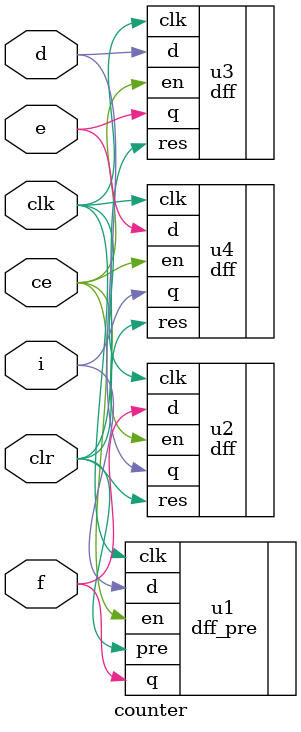
<source format=v>
`timescale 1ns / 1ps
module counter(
    input clk,
    input ce,
    input clr,
    inout f,
    inout d,
    inout e,
    inout i
    );
	 
	 dff_pre u1(.d(i),.pre(clr),.en(ce),.clk(clk),.q(f));
	 dff u2(.d(f),.res(clr),.clk(clk),.en(ce),.q(d));
	 dff u3(.d(d),.res(clr),.clk(clk),.en(ce),.q(e));
	 dff u4(.d(e),.res(clr),.clk(clk),.en(ce),.q(i));

	 
endmodule

</source>
